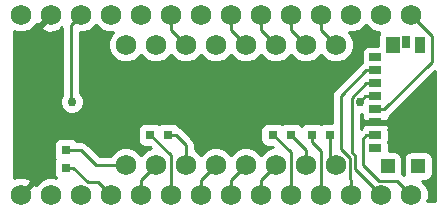
<source format=gtl>
G04 #@! TF.FileFunction,Copper,L1,Top,Signal*
%FSLAX46Y46*%
G04 Gerber Fmt 4.6, Leading zero omitted, Abs format (unit mm)*
G04 Created by KiCad (PCBNEW 4.0.3+e1-6302~38~ubuntu14.04.1-stable) date Mon Aug 29 18:07:44 2016*
%MOMM*%
%LPD*%
G01*
G04 APERTURE LIST*
%ADD10C,0.100000*%
%ADD11C,1.727200*%
%ADD12R,0.900000X1.400000*%
%ADD13R,1.150000X1.200000*%
%ADD14R,1.200000X1.450000*%
%ADD15R,1.000000X0.700000*%
%ADD16R,0.700000X1.000000*%
%ADD17R,0.750000X0.800000*%
%ADD18R,0.800000X0.750000*%
%ADD19C,0.762000*%
%ADD20C,0.250000*%
%ADD21C,0.254000*%
G04 APERTURE END LIST*
D10*
D11*
X119126000Y-90932000D03*
X121666000Y-90932000D03*
X124206000Y-90932000D03*
X126746000Y-90932000D03*
X129286000Y-90932000D03*
X131826000Y-90932000D03*
X134366000Y-90932000D03*
X136906000Y-90932000D03*
X139446000Y-90932000D03*
X141986000Y-90932000D03*
X144526000Y-90932000D03*
X147066000Y-90932000D03*
X149606000Y-90932000D03*
X152146000Y-90932000D03*
X152146000Y-75692000D03*
X144526000Y-75692000D03*
X124206000Y-75692000D03*
X139446000Y-75692000D03*
X141986000Y-75692000D03*
X121666000Y-75692000D03*
X129286000Y-75692000D03*
X119126000Y-75692000D03*
X131826000Y-75692000D03*
X134366000Y-75692000D03*
X136906000Y-75692000D03*
X126746000Y-75692000D03*
X149606000Y-75692000D03*
X147066000Y-75692000D03*
D12*
X152908000Y-78232000D03*
D13*
X152771500Y-88496900D03*
D14*
X150608000Y-78257000D03*
D13*
X150171500Y-88496900D03*
D15*
X149131500Y-85896900D03*
X149131500Y-86996900D03*
X149131500Y-84796900D03*
X149131500Y-83696900D03*
X149131500Y-82596900D03*
X149131500Y-79296900D03*
X149131500Y-80396900D03*
X149131500Y-81496900D03*
D16*
X151758000Y-78032000D03*
D17*
X122936000Y-88646000D03*
X122936000Y-87146000D03*
D18*
X130072000Y-85852000D03*
X131572000Y-85852000D03*
X140462000Y-85852000D03*
X141962000Y-85852000D03*
X143764000Y-85852000D03*
X145264000Y-85852000D03*
D11*
X145796000Y-88392000D03*
X143256000Y-88392000D03*
X140716000Y-88392000D03*
X138176000Y-88392000D03*
X135636000Y-88392000D03*
X133096000Y-88392000D03*
X130556000Y-88392000D03*
X128016000Y-88392000D03*
X128016000Y-78232000D03*
X130556000Y-78232000D03*
X133096000Y-78232000D03*
X135636000Y-78232000D03*
X138176000Y-78232000D03*
X140716000Y-78232000D03*
X143256000Y-78232000D03*
X145796000Y-78232000D03*
D19*
X150622000Y-84836000D03*
X123444000Y-83058000D03*
X147828000Y-83058000D03*
D20*
X149131500Y-84796900D02*
X150582900Y-84796900D01*
X150582900Y-84796900D02*
X150622000Y-84836000D01*
X147066000Y-89710686D02*
X147066000Y-90932000D01*
X146984601Y-89629287D02*
X147066000Y-89710686D01*
X146984601Y-87821471D02*
X146984601Y-89629287D01*
X149131500Y-80396900D02*
X148381500Y-80396900D01*
X146202401Y-82575999D02*
X146202401Y-87039271D01*
X146202401Y-87039271D02*
X146984601Y-87821471D01*
X148381500Y-80396900D02*
X146202401Y-82575999D01*
X147434612Y-88760612D02*
X148742401Y-90068401D01*
X149131500Y-81496900D02*
X148381500Y-81496900D01*
X147434612Y-87635071D02*
X147434612Y-88760612D01*
X147121998Y-87322457D02*
X147434612Y-87635071D01*
X147121998Y-82756402D02*
X147121998Y-87322457D01*
X148381500Y-81496900D02*
X147121998Y-82756402D01*
X148742401Y-90068401D02*
X149606000Y-90932000D01*
X152146000Y-90932000D02*
X150957399Y-89743399D01*
X150957399Y-89743399D02*
X149433399Y-89743399D01*
X149433399Y-89743399D02*
X148082000Y-88392000D01*
X148082000Y-88392000D02*
X148082000Y-86196400D01*
X148082000Y-86196400D02*
X148381500Y-85896900D01*
X148381500Y-85896900D02*
X149131500Y-85896900D01*
X124206000Y-75692000D02*
X123342401Y-76555599D01*
X123342401Y-76555599D02*
X123342401Y-82956401D01*
X123342401Y-82956401D02*
X123444000Y-83058000D01*
X149131500Y-82596900D02*
X148289100Y-82596900D01*
X148289100Y-82596900D02*
X147828000Y-83058000D01*
X153924000Y-79654400D02*
X153924000Y-77470000D01*
X153924000Y-77470000D02*
X152146000Y-75692000D01*
X149131500Y-83696900D02*
X149881500Y-83696900D01*
X149881500Y-83696900D02*
X153924000Y-79654400D01*
X145264000Y-85852000D02*
X145264000Y-87860000D01*
X145264000Y-87860000D02*
X145796000Y-88392000D01*
X143256000Y-88392000D02*
X143256000Y-87121000D01*
X143256000Y-87121000D02*
X141987000Y-85852000D01*
X141987000Y-85852000D02*
X141962000Y-85852000D01*
X131572000Y-85852000D02*
X132222000Y-85852000D01*
X132222000Y-85852000D02*
X133096000Y-86726000D01*
X133096000Y-86726000D02*
X133096000Y-87170686D01*
X133096000Y-87170686D02*
X133096000Y-88392000D01*
X125476000Y-88392000D02*
X128016000Y-88392000D01*
X125476000Y-88392000D02*
X124230000Y-87146000D01*
X124230000Y-87146000D02*
X122936000Y-87146000D01*
X126746000Y-90932000D02*
X125681001Y-89867001D01*
X124782001Y-89867001D02*
X123561000Y-88646000D01*
X125681001Y-89867001D02*
X124782001Y-89867001D01*
X123561000Y-88646000D02*
X122936000Y-88646000D01*
X130556000Y-88392000D02*
X129286000Y-89662000D01*
X129286000Y-90932000D02*
X129286000Y-89662000D01*
X130072000Y-85852000D02*
X130097000Y-85852000D01*
X130097000Y-85852000D02*
X131826000Y-87581000D01*
X131826000Y-87581000D02*
X131826000Y-89710686D01*
X131826000Y-89710686D02*
X131826000Y-90932000D01*
X135636000Y-88392000D02*
X134366000Y-89662000D01*
X134366000Y-89662000D02*
X134366000Y-90932000D01*
X138176000Y-88392000D02*
X136906000Y-89662000D01*
X136906000Y-89662000D02*
X136906000Y-90932000D01*
X139446000Y-89662000D02*
X140716000Y-88392000D01*
X139446000Y-89662000D02*
X139446000Y-90932000D01*
X140462000Y-85852000D02*
X140487000Y-85852000D01*
X140487000Y-85852000D02*
X141986000Y-87351000D01*
X141986000Y-87351000D02*
X141986000Y-89710686D01*
X141986000Y-89710686D02*
X141986000Y-90932000D01*
X141962000Y-90908000D02*
X141986000Y-90932000D01*
X143764000Y-85852000D02*
X143764000Y-86477000D01*
X143764000Y-86477000D02*
X144526000Y-87239000D01*
X144526000Y-87239000D02*
X144526000Y-89710686D01*
X144526000Y-89710686D02*
X144526000Y-90932000D01*
X144526000Y-76962000D02*
X145796000Y-78232000D01*
X144526000Y-76962000D02*
X144526000Y-75692000D01*
X139446000Y-76962000D02*
X140716000Y-78232000D01*
X139446000Y-76962000D02*
X139446000Y-75692000D01*
X141986000Y-76962000D02*
X143256000Y-78232000D01*
X141986000Y-76962000D02*
X141986000Y-75692000D01*
X131826000Y-76962000D02*
X133096000Y-78232000D01*
X131826000Y-76962000D02*
X131826000Y-75692000D01*
X136906000Y-76962000D02*
X138176000Y-78232000D01*
X136906000Y-76962000D02*
X136906000Y-75692000D01*
D21*
G36*
X154230000Y-91492000D02*
X153536127Y-91492000D01*
X153644339Y-91231398D01*
X153644859Y-90635218D01*
X153417192Y-90084220D01*
X153077904Y-89744340D01*
X153346500Y-89744340D01*
X153581817Y-89700062D01*
X153797941Y-89560990D01*
X153942931Y-89348790D01*
X153993940Y-89096900D01*
X153993940Y-87896900D01*
X153949662Y-87661583D01*
X153810590Y-87445459D01*
X153598390Y-87300469D01*
X153346500Y-87249460D01*
X152196500Y-87249460D01*
X151961183Y-87293738D01*
X151745059Y-87432810D01*
X151600069Y-87645010D01*
X151549060Y-87896900D01*
X151549060Y-89096900D01*
X151586922Y-89298120D01*
X151494800Y-89205998D01*
X151386501Y-89133635D01*
X151393940Y-89096900D01*
X151393940Y-87896900D01*
X151349662Y-87661583D01*
X151210590Y-87445459D01*
X150998390Y-87300469D01*
X150746500Y-87249460D01*
X150278940Y-87249460D01*
X150278940Y-86646900D01*
X150239926Y-86439558D01*
X150278940Y-86246900D01*
X150278940Y-85546900D01*
X150239642Y-85338050D01*
X150266500Y-85273209D01*
X150266500Y-85082650D01*
X150107750Y-84923900D01*
X149752188Y-84923900D01*
X149631500Y-84899460D01*
X148631500Y-84899460D01*
X148501613Y-84923900D01*
X148155250Y-84923900D01*
X147996500Y-85082650D01*
X147996500Y-85257668D01*
X147881998Y-85334176D01*
X147881998Y-84074048D01*
X147989186Y-84074141D01*
X148023358Y-84255750D01*
X147996500Y-84320591D01*
X147996500Y-84511150D01*
X148155250Y-84669900D01*
X148510812Y-84669900D01*
X148631500Y-84694340D01*
X149631500Y-84694340D01*
X149761387Y-84669900D01*
X150107750Y-84669900D01*
X150266500Y-84511150D01*
X150266500Y-84336132D01*
X150418901Y-84234301D01*
X154230000Y-80423202D01*
X154230000Y-91492000D01*
X154230000Y-91492000D01*
G37*
X154230000Y-91492000D02*
X153536127Y-91492000D01*
X153644339Y-91231398D01*
X153644859Y-90635218D01*
X153417192Y-90084220D01*
X153077904Y-89744340D01*
X153346500Y-89744340D01*
X153581817Y-89700062D01*
X153797941Y-89560990D01*
X153942931Y-89348790D01*
X153993940Y-89096900D01*
X153993940Y-87896900D01*
X153949662Y-87661583D01*
X153810590Y-87445459D01*
X153598390Y-87300469D01*
X153346500Y-87249460D01*
X152196500Y-87249460D01*
X151961183Y-87293738D01*
X151745059Y-87432810D01*
X151600069Y-87645010D01*
X151549060Y-87896900D01*
X151549060Y-89096900D01*
X151586922Y-89298120D01*
X151494800Y-89205998D01*
X151386501Y-89133635D01*
X151393940Y-89096900D01*
X151393940Y-87896900D01*
X151349662Y-87661583D01*
X151210590Y-87445459D01*
X150998390Y-87300469D01*
X150746500Y-87249460D01*
X150278940Y-87249460D01*
X150278940Y-86646900D01*
X150239926Y-86439558D01*
X150278940Y-86246900D01*
X150278940Y-85546900D01*
X150239642Y-85338050D01*
X150266500Y-85273209D01*
X150266500Y-85082650D01*
X150107750Y-84923900D01*
X149752188Y-84923900D01*
X149631500Y-84899460D01*
X148631500Y-84899460D01*
X148501613Y-84923900D01*
X148155250Y-84923900D01*
X147996500Y-85082650D01*
X147996500Y-85257668D01*
X147881998Y-85334176D01*
X147881998Y-84074048D01*
X147989186Y-84074141D01*
X148023358Y-84255750D01*
X147996500Y-84320591D01*
X147996500Y-84511150D01*
X148155250Y-84669900D01*
X148510812Y-84669900D01*
X148631500Y-84694340D01*
X149631500Y-84694340D01*
X149761387Y-84669900D01*
X150107750Y-84669900D01*
X150266500Y-84511150D01*
X150266500Y-84336132D01*
X150418901Y-84234301D01*
X154230000Y-80423202D01*
X154230000Y-91492000D01*
G36*
X121859748Y-75677858D02*
X121845605Y-75692000D01*
X121859748Y-75706143D01*
X121680143Y-75885748D01*
X121666000Y-75871605D01*
X120791800Y-76745805D01*
X120873741Y-76998516D01*
X121434030Y-77202248D01*
X122029635Y-77176058D01*
X122458259Y-76998516D01*
X122540199Y-76745807D01*
X122582401Y-76788009D01*
X122582401Y-82483605D01*
X122428176Y-82855018D01*
X122427824Y-83259208D01*
X122582175Y-83632766D01*
X122867731Y-83918821D01*
X123241018Y-84073824D01*
X123645208Y-84074176D01*
X124018766Y-83919825D01*
X124304821Y-83634269D01*
X124459824Y-83260982D01*
X124460176Y-82856792D01*
X124305825Y-82483234D01*
X124102401Y-82279455D01*
X124102401Y-77190510D01*
X124502782Y-77190859D01*
X125053780Y-76963192D01*
X125475710Y-76541997D01*
X125476095Y-76541069D01*
X125896003Y-76961710D01*
X126446602Y-77190339D01*
X126937859Y-77190767D01*
X126746290Y-77382003D01*
X126517661Y-77932602D01*
X126517141Y-78528782D01*
X126744808Y-79079780D01*
X127166003Y-79501710D01*
X127716602Y-79730339D01*
X128312782Y-79730859D01*
X128863780Y-79503192D01*
X129285710Y-79081997D01*
X129286095Y-79081069D01*
X129706003Y-79501710D01*
X130256602Y-79730339D01*
X130852782Y-79730859D01*
X131403780Y-79503192D01*
X131825710Y-79081997D01*
X131826095Y-79081069D01*
X132246003Y-79501710D01*
X132796602Y-79730339D01*
X133392782Y-79730859D01*
X133943780Y-79503192D01*
X134365710Y-79081997D01*
X134366095Y-79081069D01*
X134786003Y-79501710D01*
X135336602Y-79730339D01*
X135932782Y-79730859D01*
X136483780Y-79503192D01*
X136905710Y-79081997D01*
X136906095Y-79081069D01*
X137326003Y-79501710D01*
X137876602Y-79730339D01*
X138472782Y-79730859D01*
X139023780Y-79503192D01*
X139445710Y-79081997D01*
X139446095Y-79081069D01*
X139866003Y-79501710D01*
X140416602Y-79730339D01*
X141012782Y-79730859D01*
X141563780Y-79503192D01*
X141985710Y-79081997D01*
X141986095Y-79081069D01*
X142406003Y-79501710D01*
X142956602Y-79730339D01*
X143552782Y-79730859D01*
X144103780Y-79503192D01*
X144525710Y-79081997D01*
X144526095Y-79081069D01*
X144946003Y-79501710D01*
X145496602Y-79730339D01*
X146092782Y-79730859D01*
X146643780Y-79503192D01*
X147065710Y-79081997D01*
X147294339Y-78531398D01*
X147294859Y-77935218D01*
X147067192Y-77384220D01*
X146873742Y-77190432D01*
X147362782Y-77190859D01*
X147913780Y-76963192D01*
X148335710Y-76541997D01*
X148336095Y-76541069D01*
X148756003Y-76961710D01*
X149306602Y-77190339D01*
X149472808Y-77190484D01*
X149411569Y-77280110D01*
X149360560Y-77532000D01*
X149360560Y-78299460D01*
X148631500Y-78299460D01*
X148396183Y-78343738D01*
X148180059Y-78482810D01*
X148035069Y-78695010D01*
X147984060Y-78946900D01*
X147984060Y-79646900D01*
X148003964Y-79752680D01*
X147844099Y-79859499D01*
X145665000Y-82038598D01*
X145500253Y-82285160D01*
X145442401Y-82575999D01*
X145442401Y-84829560D01*
X144864000Y-84829560D01*
X144628683Y-84873838D01*
X144514022Y-84947620D01*
X144415890Y-84880569D01*
X144164000Y-84829560D01*
X143364000Y-84829560D01*
X143128683Y-84873838D01*
X142912559Y-85012910D01*
X142863836Y-85084218D01*
X142826090Y-85025559D01*
X142613890Y-84880569D01*
X142362000Y-84829560D01*
X141562000Y-84829560D01*
X141326683Y-84873838D01*
X141212022Y-84947620D01*
X141113890Y-84880569D01*
X140862000Y-84829560D01*
X140062000Y-84829560D01*
X139826683Y-84873838D01*
X139610559Y-85012910D01*
X139465569Y-85225110D01*
X139414560Y-85477000D01*
X139414560Y-86227000D01*
X139458838Y-86462317D01*
X139597910Y-86678441D01*
X139810110Y-86823431D01*
X140062000Y-86874440D01*
X140434638Y-86874440D01*
X140453369Y-86893171D01*
X140419218Y-86893141D01*
X139868220Y-87120808D01*
X139446290Y-87542003D01*
X139445905Y-87542931D01*
X139025997Y-87122290D01*
X138475398Y-86893661D01*
X137879218Y-86893141D01*
X137328220Y-87120808D01*
X136906290Y-87542003D01*
X136905905Y-87542931D01*
X136485997Y-87122290D01*
X135935398Y-86893661D01*
X135339218Y-86893141D01*
X134788220Y-87120808D01*
X134366290Y-87542003D01*
X134365905Y-87542931D01*
X133945997Y-87122290D01*
X133856000Y-87084920D01*
X133856000Y-86726000D01*
X133798148Y-86435161D01*
X133633401Y-86188599D01*
X132759401Y-85314599D01*
X132518508Y-85153640D01*
X132436090Y-85025559D01*
X132223890Y-84880569D01*
X131972000Y-84829560D01*
X131172000Y-84829560D01*
X130936683Y-84873838D01*
X130822022Y-84947620D01*
X130723890Y-84880569D01*
X130472000Y-84829560D01*
X129672000Y-84829560D01*
X129436683Y-84873838D01*
X129220559Y-85012910D01*
X129075569Y-85225110D01*
X129024560Y-85477000D01*
X129024560Y-86227000D01*
X129068838Y-86462317D01*
X129207910Y-86678441D01*
X129420110Y-86823431D01*
X129672000Y-86874440D01*
X130044638Y-86874440D01*
X130120610Y-86950412D01*
X129708220Y-87120808D01*
X129286290Y-87542003D01*
X129285905Y-87542931D01*
X128865997Y-87122290D01*
X128315398Y-86893661D01*
X127719218Y-86893141D01*
X127168220Y-87120808D01*
X126746290Y-87542003D01*
X126708920Y-87632000D01*
X125790802Y-87632000D01*
X124767401Y-86608599D01*
X124520839Y-86443852D01*
X124230000Y-86386000D01*
X123833931Y-86386000D01*
X123775090Y-86294559D01*
X123562890Y-86149569D01*
X123311000Y-86098560D01*
X122561000Y-86098560D01*
X122325683Y-86142838D01*
X122109559Y-86281910D01*
X121964569Y-86494110D01*
X121913560Y-86746000D01*
X121913560Y-87546000D01*
X121957838Y-87781317D01*
X122031620Y-87895978D01*
X121964569Y-87994110D01*
X121913560Y-88246000D01*
X121913560Y-89046000D01*
X121957838Y-89281317D01*
X122088857Y-89484926D01*
X121965398Y-89433661D01*
X121369218Y-89433141D01*
X120818220Y-89660808D01*
X120396290Y-90082003D01*
X120379459Y-90122537D01*
X120179805Y-90057800D01*
X119305605Y-90932000D01*
X119319748Y-90946143D01*
X119140143Y-91125748D01*
X119126000Y-91111605D01*
X119111858Y-91125748D01*
X118932253Y-90946143D01*
X118946395Y-90932000D01*
X118932253Y-90917858D01*
X119111858Y-90738253D01*
X119126000Y-90752395D01*
X120000200Y-89878195D01*
X119918259Y-89625484D01*
X119357970Y-89421752D01*
X118762365Y-89447942D01*
X118566000Y-89529279D01*
X118566000Y-77082127D01*
X118826602Y-77190339D01*
X119422782Y-77190859D01*
X119973780Y-76963192D01*
X120395710Y-76541997D01*
X120412541Y-76501463D01*
X120612195Y-76566200D01*
X121486395Y-75692000D01*
X121472253Y-75677858D01*
X121651858Y-75498253D01*
X121666000Y-75512395D01*
X121680143Y-75498253D01*
X121859748Y-75677858D01*
X121859748Y-75677858D01*
G37*
X121859748Y-75677858D02*
X121845605Y-75692000D01*
X121859748Y-75706143D01*
X121680143Y-75885748D01*
X121666000Y-75871605D01*
X120791800Y-76745805D01*
X120873741Y-76998516D01*
X121434030Y-77202248D01*
X122029635Y-77176058D01*
X122458259Y-76998516D01*
X122540199Y-76745807D01*
X122582401Y-76788009D01*
X122582401Y-82483605D01*
X122428176Y-82855018D01*
X122427824Y-83259208D01*
X122582175Y-83632766D01*
X122867731Y-83918821D01*
X123241018Y-84073824D01*
X123645208Y-84074176D01*
X124018766Y-83919825D01*
X124304821Y-83634269D01*
X124459824Y-83260982D01*
X124460176Y-82856792D01*
X124305825Y-82483234D01*
X124102401Y-82279455D01*
X124102401Y-77190510D01*
X124502782Y-77190859D01*
X125053780Y-76963192D01*
X125475710Y-76541997D01*
X125476095Y-76541069D01*
X125896003Y-76961710D01*
X126446602Y-77190339D01*
X126937859Y-77190767D01*
X126746290Y-77382003D01*
X126517661Y-77932602D01*
X126517141Y-78528782D01*
X126744808Y-79079780D01*
X127166003Y-79501710D01*
X127716602Y-79730339D01*
X128312782Y-79730859D01*
X128863780Y-79503192D01*
X129285710Y-79081997D01*
X129286095Y-79081069D01*
X129706003Y-79501710D01*
X130256602Y-79730339D01*
X130852782Y-79730859D01*
X131403780Y-79503192D01*
X131825710Y-79081997D01*
X131826095Y-79081069D01*
X132246003Y-79501710D01*
X132796602Y-79730339D01*
X133392782Y-79730859D01*
X133943780Y-79503192D01*
X134365710Y-79081997D01*
X134366095Y-79081069D01*
X134786003Y-79501710D01*
X135336602Y-79730339D01*
X135932782Y-79730859D01*
X136483780Y-79503192D01*
X136905710Y-79081997D01*
X136906095Y-79081069D01*
X137326003Y-79501710D01*
X137876602Y-79730339D01*
X138472782Y-79730859D01*
X139023780Y-79503192D01*
X139445710Y-79081997D01*
X139446095Y-79081069D01*
X139866003Y-79501710D01*
X140416602Y-79730339D01*
X141012782Y-79730859D01*
X141563780Y-79503192D01*
X141985710Y-79081997D01*
X141986095Y-79081069D01*
X142406003Y-79501710D01*
X142956602Y-79730339D01*
X143552782Y-79730859D01*
X144103780Y-79503192D01*
X144525710Y-79081997D01*
X144526095Y-79081069D01*
X144946003Y-79501710D01*
X145496602Y-79730339D01*
X146092782Y-79730859D01*
X146643780Y-79503192D01*
X147065710Y-79081997D01*
X147294339Y-78531398D01*
X147294859Y-77935218D01*
X147067192Y-77384220D01*
X146873742Y-77190432D01*
X147362782Y-77190859D01*
X147913780Y-76963192D01*
X148335710Y-76541997D01*
X148336095Y-76541069D01*
X148756003Y-76961710D01*
X149306602Y-77190339D01*
X149472808Y-77190484D01*
X149411569Y-77280110D01*
X149360560Y-77532000D01*
X149360560Y-78299460D01*
X148631500Y-78299460D01*
X148396183Y-78343738D01*
X148180059Y-78482810D01*
X148035069Y-78695010D01*
X147984060Y-78946900D01*
X147984060Y-79646900D01*
X148003964Y-79752680D01*
X147844099Y-79859499D01*
X145665000Y-82038598D01*
X145500253Y-82285160D01*
X145442401Y-82575999D01*
X145442401Y-84829560D01*
X144864000Y-84829560D01*
X144628683Y-84873838D01*
X144514022Y-84947620D01*
X144415890Y-84880569D01*
X144164000Y-84829560D01*
X143364000Y-84829560D01*
X143128683Y-84873838D01*
X142912559Y-85012910D01*
X142863836Y-85084218D01*
X142826090Y-85025559D01*
X142613890Y-84880569D01*
X142362000Y-84829560D01*
X141562000Y-84829560D01*
X141326683Y-84873838D01*
X141212022Y-84947620D01*
X141113890Y-84880569D01*
X140862000Y-84829560D01*
X140062000Y-84829560D01*
X139826683Y-84873838D01*
X139610559Y-85012910D01*
X139465569Y-85225110D01*
X139414560Y-85477000D01*
X139414560Y-86227000D01*
X139458838Y-86462317D01*
X139597910Y-86678441D01*
X139810110Y-86823431D01*
X140062000Y-86874440D01*
X140434638Y-86874440D01*
X140453369Y-86893171D01*
X140419218Y-86893141D01*
X139868220Y-87120808D01*
X139446290Y-87542003D01*
X139445905Y-87542931D01*
X139025997Y-87122290D01*
X138475398Y-86893661D01*
X137879218Y-86893141D01*
X137328220Y-87120808D01*
X136906290Y-87542003D01*
X136905905Y-87542931D01*
X136485997Y-87122290D01*
X135935398Y-86893661D01*
X135339218Y-86893141D01*
X134788220Y-87120808D01*
X134366290Y-87542003D01*
X134365905Y-87542931D01*
X133945997Y-87122290D01*
X133856000Y-87084920D01*
X133856000Y-86726000D01*
X133798148Y-86435161D01*
X133633401Y-86188599D01*
X132759401Y-85314599D01*
X132518508Y-85153640D01*
X132436090Y-85025559D01*
X132223890Y-84880569D01*
X131972000Y-84829560D01*
X131172000Y-84829560D01*
X130936683Y-84873838D01*
X130822022Y-84947620D01*
X130723890Y-84880569D01*
X130472000Y-84829560D01*
X129672000Y-84829560D01*
X129436683Y-84873838D01*
X129220559Y-85012910D01*
X129075569Y-85225110D01*
X129024560Y-85477000D01*
X129024560Y-86227000D01*
X129068838Y-86462317D01*
X129207910Y-86678441D01*
X129420110Y-86823431D01*
X129672000Y-86874440D01*
X130044638Y-86874440D01*
X130120610Y-86950412D01*
X129708220Y-87120808D01*
X129286290Y-87542003D01*
X129285905Y-87542931D01*
X128865997Y-87122290D01*
X128315398Y-86893661D01*
X127719218Y-86893141D01*
X127168220Y-87120808D01*
X126746290Y-87542003D01*
X126708920Y-87632000D01*
X125790802Y-87632000D01*
X124767401Y-86608599D01*
X124520839Y-86443852D01*
X124230000Y-86386000D01*
X123833931Y-86386000D01*
X123775090Y-86294559D01*
X123562890Y-86149569D01*
X123311000Y-86098560D01*
X122561000Y-86098560D01*
X122325683Y-86142838D01*
X122109559Y-86281910D01*
X121964569Y-86494110D01*
X121913560Y-86746000D01*
X121913560Y-87546000D01*
X121957838Y-87781317D01*
X122031620Y-87895978D01*
X121964569Y-87994110D01*
X121913560Y-88246000D01*
X121913560Y-89046000D01*
X121957838Y-89281317D01*
X122088857Y-89484926D01*
X121965398Y-89433661D01*
X121369218Y-89433141D01*
X120818220Y-89660808D01*
X120396290Y-90082003D01*
X120379459Y-90122537D01*
X120179805Y-90057800D01*
X119305605Y-90932000D01*
X119319748Y-90946143D01*
X119140143Y-91125748D01*
X119126000Y-91111605D01*
X119111858Y-91125748D01*
X118932253Y-90946143D01*
X118946395Y-90932000D01*
X118932253Y-90917858D01*
X119111858Y-90738253D01*
X119126000Y-90752395D01*
X120000200Y-89878195D01*
X119918259Y-89625484D01*
X119357970Y-89421752D01*
X118762365Y-89447942D01*
X118566000Y-89529279D01*
X118566000Y-77082127D01*
X118826602Y-77190339D01*
X119422782Y-77190859D01*
X119973780Y-76963192D01*
X120395710Y-76541997D01*
X120412541Y-76501463D01*
X120612195Y-76566200D01*
X121486395Y-75692000D01*
X121472253Y-75677858D01*
X121651858Y-75498253D01*
X121666000Y-75512395D01*
X121680143Y-75498253D01*
X121859748Y-75677858D01*
M02*

</source>
